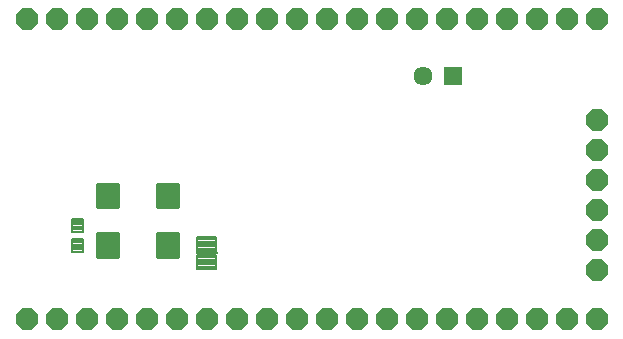
<source format=gbs>
G75*
G70*
%OFA0B0*%
%FSLAX24Y24*%
%IPPOS*%
%LPD*%
%AMOC8*
5,1,8,0,0,1.08239X$1,22.5*
%
%ADD10OC8,0.0720*%
%ADD11C,0.0087*%
%ADD12C,0.0081*%
%ADD13R,0.0720X0.0060*%
%ADD14C,0.0081*%
%ADD15R,0.0635X0.0635*%
%ADD16C,0.0635*%
D10*
X001161Y001161D03*
X002161Y001161D03*
X003161Y001161D03*
X004161Y001161D03*
X005161Y001161D03*
X006161Y001161D03*
X007161Y001161D03*
X008161Y001161D03*
X009161Y001161D03*
X010161Y001161D03*
X011161Y001161D03*
X012161Y001161D03*
X013161Y001161D03*
X014161Y001161D03*
X015161Y001161D03*
X016161Y001161D03*
X017161Y001161D03*
X018161Y001161D03*
X019161Y001161D03*
X020161Y001161D03*
X020161Y002811D03*
X020161Y003811D03*
X020161Y004811D03*
X020161Y005811D03*
X020161Y006811D03*
X020161Y007811D03*
X020161Y011161D03*
X019161Y011161D03*
X018161Y011161D03*
X017161Y011161D03*
X016161Y011161D03*
X015161Y011161D03*
X014161Y011161D03*
X013161Y011161D03*
X012161Y011161D03*
X011161Y011161D03*
X010161Y011161D03*
X009161Y011161D03*
X008161Y011161D03*
X007161Y011161D03*
X006161Y011161D03*
X005161Y011161D03*
X004161Y011161D03*
X003161Y011161D03*
X002161Y011161D03*
X001161Y011161D03*
D11*
X003510Y004898D02*
X004212Y004898D01*
X003510Y004898D02*
X003510Y005678D01*
X004212Y005678D01*
X004212Y004898D01*
X004212Y004984D02*
X003510Y004984D01*
X003510Y005070D02*
X004212Y005070D01*
X004212Y005156D02*
X003510Y005156D01*
X003510Y005242D02*
X004212Y005242D01*
X004212Y005328D02*
X003510Y005328D01*
X003510Y005414D02*
X004212Y005414D01*
X004212Y005500D02*
X003510Y005500D01*
X003510Y005586D02*
X004212Y005586D01*
X004212Y005672D02*
X003510Y005672D01*
X005510Y004898D02*
X006212Y004898D01*
X005510Y004898D02*
X005510Y005678D01*
X006212Y005678D01*
X006212Y004898D01*
X006212Y004984D02*
X005510Y004984D01*
X005510Y005070D02*
X006212Y005070D01*
X006212Y005156D02*
X005510Y005156D01*
X005510Y005242D02*
X006212Y005242D01*
X006212Y005328D02*
X005510Y005328D01*
X005510Y005414D02*
X006212Y005414D01*
X006212Y005500D02*
X005510Y005500D01*
X005510Y005586D02*
X006212Y005586D01*
X006212Y005672D02*
X005510Y005672D01*
X005510Y003244D02*
X006212Y003244D01*
X005510Y003244D02*
X005510Y004024D01*
X006212Y004024D01*
X006212Y003244D01*
X006212Y003330D02*
X005510Y003330D01*
X005510Y003416D02*
X006212Y003416D01*
X006212Y003502D02*
X005510Y003502D01*
X005510Y003588D02*
X006212Y003588D01*
X006212Y003674D02*
X005510Y003674D01*
X005510Y003760D02*
X006212Y003760D01*
X006212Y003846D02*
X005510Y003846D01*
X005510Y003932D02*
X006212Y003932D01*
X006212Y004018D02*
X005510Y004018D01*
X004212Y003244D02*
X003510Y003244D01*
X003510Y004024D01*
X004212Y004024D01*
X004212Y003244D01*
X004212Y003330D02*
X003510Y003330D01*
X003510Y003416D02*
X004212Y003416D01*
X004212Y003502D02*
X003510Y003502D01*
X003510Y003588D02*
X004212Y003588D01*
X004212Y003674D02*
X003510Y003674D01*
X003510Y003760D02*
X004212Y003760D01*
X004212Y003846D02*
X003510Y003846D01*
X003510Y003932D02*
X004212Y003932D01*
X004212Y004018D02*
X003510Y004018D01*
D12*
X006846Y003891D02*
X006846Y003431D01*
X006846Y003891D02*
X007476Y003891D01*
X007476Y003431D01*
X006846Y003431D01*
X006846Y003511D02*
X007476Y003511D01*
X007476Y003591D02*
X006846Y003591D01*
X006846Y003671D02*
X007476Y003671D01*
X007476Y003751D02*
X006846Y003751D01*
X006846Y003831D02*
X007476Y003831D01*
X006846Y003291D02*
X006846Y002831D01*
X006846Y003291D02*
X007476Y003291D01*
X007476Y002831D01*
X006846Y002831D01*
X006846Y002911D02*
X007476Y002911D01*
X007476Y002991D02*
X006846Y002991D01*
X006846Y003071D02*
X007476Y003071D01*
X007476Y003151D02*
X006846Y003151D01*
X006846Y003231D02*
X007476Y003231D01*
D13*
X007161Y003361D03*
D14*
X003058Y003411D02*
X003058Y003843D01*
X003058Y003411D02*
X002664Y003411D01*
X002664Y003843D01*
X003058Y003843D01*
X003058Y003491D02*
X002664Y003491D01*
X002664Y003571D02*
X003058Y003571D01*
X003058Y003651D02*
X002664Y003651D01*
X002664Y003731D02*
X003058Y003731D01*
X003058Y003811D02*
X002664Y003811D01*
X003058Y004080D02*
X003058Y004512D01*
X003058Y004080D02*
X002664Y004080D01*
X002664Y004512D01*
X003058Y004512D01*
X003058Y004160D02*
X002664Y004160D01*
X002664Y004240D02*
X003058Y004240D01*
X003058Y004320D02*
X002664Y004320D01*
X002664Y004400D02*
X003058Y004400D01*
X003058Y004480D02*
X002664Y004480D01*
D15*
X015361Y009261D03*
D16*
X014361Y009261D03*
M02*

</source>
